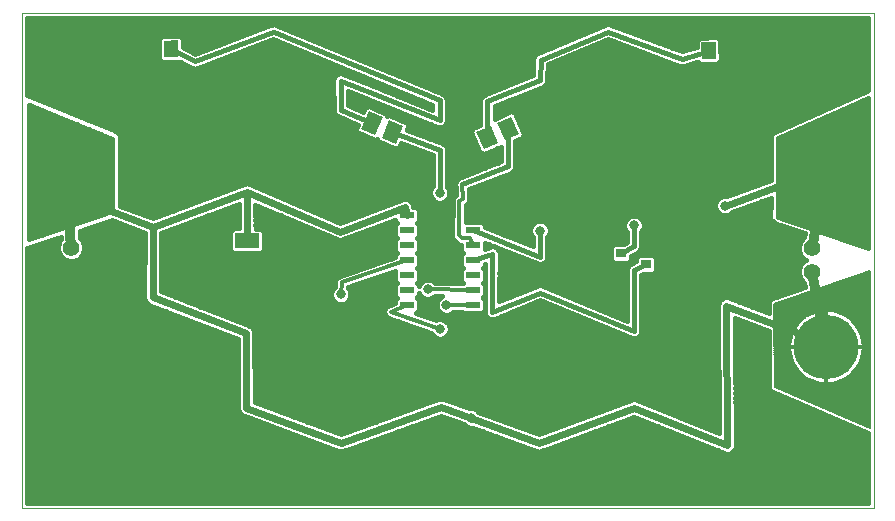
<source format=gtl>
G75*
%MOIN*%
%OFA0B0*%
%FSLAX25Y25*%
%IPPOS*%
%LPD*%
%AMOC8*
5,1,8,0,0,1.08239X$1,22.5*
%
%ADD10C,0.00394*%
%ADD11R,0.05000X0.08110*%
%ADD12R,0.04724X0.05512*%
%ADD13R,0.03543X0.03150*%
%ADD14R,0.05118X0.06299*%
%ADD15R,0.04724X0.02362*%
%ADD16C,0.21500*%
%ADD17C,0.05543*%
%ADD18C,0.02400*%
%ADD19C,0.03200*%
%ADD20C,0.01600*%
%ADD21C,0.01200*%
%ADD22C,0.03200*%
%ADD23C,0.00600*%
D10*
X0013386Y0013511D02*
X0297323Y0013511D01*
X0297323Y0178511D01*
X0013386Y0178511D01*
X0013386Y0013511D01*
D11*
G36*
X0084287Y0086271D02*
X0084330Y0091270D01*
X0092439Y0091199D01*
X0092396Y0086200D01*
X0084287Y0086271D01*
G37*
G36*
X0084407Y0100089D02*
X0084450Y0105088D01*
X0092559Y0105017D01*
X0092516Y0100018D01*
X0084407Y0100089D01*
G37*
D12*
G36*
X0060743Y0169329D02*
X0065466Y0169378D01*
X0065523Y0163867D01*
X0060800Y0163818D01*
X0060743Y0169329D01*
G37*
G36*
X0048933Y0169205D02*
X0053656Y0169254D01*
X0053713Y0163743D01*
X0048990Y0163694D01*
X0048933Y0169205D01*
G37*
G36*
X0244658Y0163252D02*
X0239935Y0163186D01*
X0239858Y0168696D01*
X0244581Y0168762D01*
X0244658Y0163252D01*
G37*
G36*
X0256467Y0163417D02*
X0251744Y0163351D01*
X0251667Y0168861D01*
X0256390Y0168927D01*
X0256467Y0163417D01*
G37*
D13*
X0221359Y0102195D03*
X0213091Y0098454D03*
X0221359Y0094714D03*
D14*
G36*
X0164907Y0138991D02*
X0169610Y0141007D01*
X0172091Y0135219D01*
X0167388Y0133203D01*
X0164907Y0138991D01*
G37*
G36*
X0171783Y0141937D02*
X0176486Y0143953D01*
X0178967Y0138165D01*
X0174264Y0136149D01*
X0171783Y0141937D01*
G37*
G36*
X0135794Y0142761D02*
X0140493Y0140736D01*
X0138002Y0134953D01*
X0133303Y0136978D01*
X0135794Y0142761D01*
G37*
G36*
X0128924Y0145720D02*
X0133623Y0143695D01*
X0131132Y0137912D01*
X0126433Y0139937D01*
X0128924Y0145720D01*
G37*
D15*
X0141657Y0111131D03*
X0141657Y0106131D03*
X0141657Y0101131D03*
X0141657Y0096131D03*
X0141657Y0091131D03*
X0141657Y0086131D03*
X0141657Y0081131D03*
X0163704Y0081131D03*
X0163704Y0086131D03*
X0163704Y0091131D03*
X0163704Y0096131D03*
X0163704Y0101131D03*
X0163704Y0106131D03*
X0163704Y0111131D03*
D16*
X0281394Y0124699D03*
X0281537Y0067175D03*
X0028696Y0067095D03*
X0028101Y0124812D03*
D17*
X0029859Y0100283D03*
X0029859Y0092409D03*
X0276620Y0092218D03*
X0276620Y0100092D03*
D18*
X0275336Y0124561D02*
X0247715Y0114291D01*
X0275336Y0124561D02*
X0281394Y0124699D01*
X0276286Y0070061D02*
X0248229Y0080912D01*
X0248537Y0034391D01*
X0217363Y0046920D01*
X0185699Y0035128D01*
X0163117Y0043481D01*
X0153053Y0047165D01*
X0119670Y0035128D01*
X0088209Y0046844D01*
X0088093Y0071729D01*
X0056937Y0083784D01*
X0057074Y0107071D01*
X0029919Y0117526D01*
X0057074Y0107071D02*
X0088335Y0118924D01*
X0119443Y0105626D01*
X0141007Y0113775D01*
X0141657Y0111131D01*
X0088483Y0102553D02*
X0088356Y0118925D01*
X0029859Y0092409D02*
X0028696Y0067095D01*
X0276286Y0070061D02*
X0281537Y0067175D01*
D19*
X0217382Y0107749D03*
X0247715Y0114291D03*
X0186061Y0105976D03*
X0152639Y0118539D03*
X0148648Y0086391D03*
X0154843Y0081177D03*
X0152751Y0073199D03*
X0119675Y0084709D03*
X0088386Y0081762D03*
X0163117Y0043481D03*
D20*
X0160681Y0041390D02*
X0161304Y0040768D01*
X0162480Y0040281D01*
X0163697Y0040281D01*
X0184630Y0032539D01*
X0185041Y0032350D01*
X0185149Y0032347D01*
X0185250Y0032309D01*
X0185702Y0032326D01*
X0186154Y0032310D01*
X0186255Y0032348D01*
X0186363Y0032352D01*
X0186774Y0032541D01*
X0217325Y0043918D01*
X0247488Y0031795D01*
X0247998Y0031588D01*
X0248004Y0031588D01*
X0248009Y0031586D01*
X0248561Y0031592D01*
X0249112Y0031595D01*
X0249118Y0031597D01*
X0249123Y0031598D01*
X0249631Y0031814D01*
X0250138Y0032028D01*
X0250143Y0032032D01*
X0250148Y0032035D01*
X0250534Y0032429D01*
X0250921Y0032821D01*
X0250923Y0032826D01*
X0250927Y0032831D01*
X0251133Y0033343D01*
X0251340Y0033853D01*
X0251340Y0033859D01*
X0251343Y0033864D01*
X0251337Y0034416D01*
X0251057Y0076817D01*
X0262312Y0072464D01*
X0262386Y0054349D01*
X0262231Y0053991D01*
X0262389Y0053593D01*
X0262390Y0053165D01*
X0262667Y0052890D01*
X0262811Y0052528D01*
X0263204Y0052358D01*
X0263508Y0052056D01*
X0263898Y0052058D01*
X0295526Y0038391D01*
X0295526Y0015308D01*
X0015183Y0015308D01*
X0015183Y0100080D01*
X0026399Y0103794D01*
X0026452Y0103059D01*
X0026153Y0102760D01*
X0025487Y0101153D01*
X0025487Y0099414D01*
X0026153Y0097807D01*
X0027382Y0096577D01*
X0028989Y0095912D01*
X0030728Y0095912D01*
X0032335Y0096577D01*
X0033565Y0097807D01*
X0034230Y0099414D01*
X0034230Y0101153D01*
X0033565Y0102760D01*
X0032837Y0103487D01*
X0032667Y0105869D01*
X0043276Y0109383D01*
X0054262Y0105153D01*
X0054140Y0084315D01*
X0054125Y0084275D01*
X0054137Y0083759D01*
X0054134Y0083243D01*
X0054150Y0083204D01*
X0054151Y0083161D01*
X0054359Y0082689D01*
X0054554Y0082212D01*
X0054584Y0082181D01*
X0054601Y0082142D01*
X0054974Y0081786D01*
X0055337Y0081419D01*
X0055376Y0081403D01*
X0055407Y0081373D01*
X0055888Y0081187D01*
X0056363Y0080987D01*
X0056406Y0080987D01*
X0085302Y0069807D01*
X0085406Y0047342D01*
X0085390Y0047299D01*
X0085409Y0046787D01*
X0085411Y0046274D01*
X0085429Y0046232D01*
X0085431Y0046186D01*
X0085644Y0045720D01*
X0085842Y0045247D01*
X0085875Y0045215D01*
X0085894Y0045173D01*
X0086269Y0044824D01*
X0086634Y0044463D01*
X0086676Y0044446D01*
X0086710Y0044415D01*
X0087190Y0044236D01*
X0087665Y0044042D01*
X0087710Y0044042D01*
X0118585Y0032545D01*
X0118984Y0032357D01*
X0119103Y0032352D01*
X0119215Y0032310D01*
X0119656Y0032326D01*
X0120096Y0032305D01*
X0120209Y0032346D01*
X0120328Y0032350D01*
X0120729Y0032534D01*
X0153046Y0044186D01*
X0160681Y0041390D01*
X0161502Y0040686D02*
X0143338Y0040686D01*
X0138904Y0039087D02*
X0166923Y0039087D01*
X0171245Y0037489D02*
X0134471Y0037489D01*
X0130038Y0035890D02*
X0175568Y0035890D01*
X0179890Y0034292D02*
X0125605Y0034292D01*
X0121171Y0032693D02*
X0184212Y0032693D01*
X0187183Y0032693D02*
X0245254Y0032693D01*
X0250795Y0032693D02*
X0295526Y0032693D01*
X0295526Y0031095D02*
X0015183Y0031095D01*
X0015183Y0032693D02*
X0118186Y0032693D01*
X0113894Y0034292D02*
X0015183Y0034292D01*
X0015183Y0035890D02*
X0109601Y0035890D01*
X0105308Y0037489D02*
X0015183Y0037489D01*
X0015183Y0039087D02*
X0101016Y0039087D01*
X0096723Y0040686D02*
X0015183Y0040686D01*
X0015183Y0042284D02*
X0092430Y0042284D01*
X0088138Y0043883D02*
X0015183Y0043883D01*
X0015183Y0045481D02*
X0085744Y0045481D01*
X0085398Y0047080D02*
X0015183Y0047080D01*
X0015183Y0048678D02*
X0085400Y0048678D01*
X0085393Y0050277D02*
X0015183Y0050277D01*
X0015183Y0051875D02*
X0085385Y0051875D01*
X0085378Y0053474D02*
X0015183Y0053474D01*
X0015183Y0055072D02*
X0085370Y0055072D01*
X0085363Y0056671D02*
X0015183Y0056671D01*
X0015183Y0058269D02*
X0085356Y0058269D01*
X0085348Y0059868D02*
X0015183Y0059868D01*
X0015183Y0061466D02*
X0085341Y0061466D01*
X0085333Y0063065D02*
X0015183Y0063065D01*
X0015183Y0064663D02*
X0085326Y0064663D01*
X0085319Y0066262D02*
X0015183Y0066262D01*
X0015183Y0067860D02*
X0085311Y0067860D01*
X0085304Y0069459D02*
X0015183Y0069459D01*
X0015183Y0071057D02*
X0082070Y0071057D01*
X0077938Y0072656D02*
X0015183Y0072656D01*
X0015183Y0074255D02*
X0073807Y0074255D01*
X0069675Y0075853D02*
X0015183Y0075853D01*
X0015183Y0077452D02*
X0065544Y0077452D01*
X0061412Y0079050D02*
X0015183Y0079050D01*
X0015183Y0080649D02*
X0057281Y0080649D01*
X0054539Y0082247D02*
X0015183Y0082247D01*
X0015183Y0083846D02*
X0054135Y0083846D01*
X0054147Y0085444D02*
X0015183Y0085444D01*
X0015183Y0087043D02*
X0054156Y0087043D01*
X0054165Y0088641D02*
X0015183Y0088641D01*
X0015183Y0090240D02*
X0054175Y0090240D01*
X0054184Y0091838D02*
X0015183Y0091838D01*
X0015183Y0093437D02*
X0054194Y0093437D01*
X0054203Y0095035D02*
X0015183Y0095035D01*
X0015183Y0096634D02*
X0027326Y0096634D01*
X0025976Y0098232D02*
X0015183Y0098232D01*
X0015183Y0099831D02*
X0025487Y0099831D01*
X0025601Y0101429D02*
X0019258Y0101429D01*
X0015583Y0103162D02*
X0015583Y0147975D01*
X0043372Y0136669D01*
X0043372Y0112364D01*
X0015583Y0103162D01*
X0015583Y0104626D02*
X0020006Y0104626D01*
X0024085Y0103028D02*
X0026421Y0103028D01*
X0024833Y0106225D02*
X0015583Y0106225D01*
X0015583Y0107823D02*
X0029660Y0107823D01*
X0033740Y0106225D02*
X0051479Y0106225D01*
X0054259Y0104626D02*
X0032756Y0104626D01*
X0033297Y0103028D02*
X0054250Y0103028D01*
X0054241Y0101429D02*
X0034116Y0101429D01*
X0034230Y0099831D02*
X0054231Y0099831D01*
X0054222Y0098232D02*
X0033741Y0098232D01*
X0032391Y0096634D02*
X0054212Y0096634D01*
X0059812Y0096634D02*
X0136346Y0096634D01*
X0137694Y0097097D02*
X0119780Y0090945D01*
X0119343Y0090986D01*
X0118952Y0090661D01*
X0118471Y0090496D01*
X0118278Y0090102D01*
X0117941Y0089822D01*
X0117894Y0089315D01*
X0117670Y0088858D01*
X0117813Y0088444D01*
X0117703Y0087263D01*
X0116962Y0086522D01*
X0116475Y0085346D01*
X0116475Y0084073D01*
X0116962Y0082896D01*
X0117862Y0081996D01*
X0119038Y0081509D01*
X0120311Y0081509D01*
X0121487Y0081996D01*
X0122387Y0082896D01*
X0122874Y0084073D01*
X0122874Y0085346D01*
X0122387Y0086522D01*
X0122081Y0086828D01*
X0122106Y0087092D01*
X0137694Y0092445D01*
X0137694Y0089287D01*
X0138351Y0088631D01*
X0137694Y0087975D01*
X0137694Y0084287D01*
X0138351Y0083631D01*
X0137694Y0082975D01*
X0137694Y0081847D01*
X0136392Y0081297D01*
X0136335Y0081317D01*
X0135560Y0080946D01*
X0134769Y0080612D01*
X0134746Y0080556D01*
X0134692Y0080530D01*
X0134406Y0079720D01*
X0134082Y0078924D01*
X0134106Y0078868D01*
X0134086Y0078811D01*
X0134457Y0078036D01*
X0134791Y0077245D01*
X0134847Y0077222D01*
X0134873Y0077168D01*
X0135683Y0076882D01*
X0136479Y0076558D01*
X0136535Y0076582D01*
X0149827Y0071897D01*
X0150038Y0071387D01*
X0150939Y0070486D01*
X0152115Y0069999D01*
X0153388Y0069999D01*
X0154564Y0070486D01*
X0155464Y0071387D01*
X0155951Y0072563D01*
X0155951Y0073836D01*
X0155464Y0075012D01*
X0154564Y0075912D01*
X0153388Y0076399D01*
X0152115Y0076399D01*
X0151276Y0076052D01*
X0144701Y0078369D01*
X0145619Y0079287D01*
X0145619Y0082975D01*
X0144963Y0083631D01*
X0145619Y0084287D01*
X0145619Y0085342D01*
X0145935Y0084578D01*
X0146835Y0083678D01*
X0148012Y0083191D01*
X0149285Y0083191D01*
X0150461Y0083678D01*
X0150934Y0084151D01*
X0153553Y0084106D01*
X0153030Y0083889D01*
X0152130Y0082989D01*
X0151643Y0081813D01*
X0151643Y0080540D01*
X0152130Y0079364D01*
X0153030Y0078464D01*
X0154206Y0077977D01*
X0155480Y0077977D01*
X0156656Y0078464D01*
X0157157Y0078965D01*
X0160079Y0078950D01*
X0160679Y0078350D01*
X0166729Y0078350D01*
X0167666Y0079287D01*
X0167666Y0082975D01*
X0167010Y0083631D01*
X0167666Y0084287D01*
X0167666Y0087975D01*
X0167010Y0088631D01*
X0167666Y0089287D01*
X0167666Y0092975D01*
X0167010Y0093631D01*
X0167666Y0094287D01*
X0167666Y0094933D01*
X0167787Y0094974D01*
X0167725Y0078890D01*
X0167721Y0078416D01*
X0167723Y0078412D01*
X0167723Y0078407D01*
X0167902Y0077970D01*
X0168080Y0077531D01*
X0168083Y0077528D01*
X0168085Y0077524D01*
X0168419Y0077188D01*
X0168750Y0076851D01*
X0168754Y0076849D01*
X0168757Y0076846D01*
X0169195Y0076663D01*
X0169630Y0076479D01*
X0169634Y0076479D01*
X0169638Y0076477D01*
X0170112Y0076475D01*
X0170585Y0076472D01*
X0170589Y0076474D01*
X0170593Y0076474D01*
X0171031Y0076653D01*
X0186005Y0082727D01*
X0216587Y0070202D01*
X0217033Y0070018D01*
X0217035Y0070018D01*
X0217036Y0070018D01*
X0217509Y0070020D01*
X0217988Y0070021D01*
X0217989Y0070022D01*
X0217991Y0070022D01*
X0218432Y0070207D01*
X0218869Y0070389D01*
X0218870Y0070390D01*
X0218871Y0070390D01*
X0219207Y0070728D01*
X0219542Y0071066D01*
X0219543Y0071067D01*
X0219544Y0071068D01*
X0219722Y0071503D01*
X0219905Y0071949D01*
X0219905Y0071950D01*
X0219906Y0071952D01*
X0219904Y0072426D01*
X0219850Y0091288D01*
X0220358Y0091539D01*
X0223793Y0091539D01*
X0224730Y0092477D01*
X0224730Y0096952D01*
X0223793Y0097889D01*
X0218924Y0097889D01*
X0217987Y0096952D01*
X0217987Y0095722D01*
X0216449Y0094960D01*
X0216080Y0094805D01*
X0216024Y0094749D01*
X0215952Y0094713D01*
X0215689Y0094412D01*
X0215407Y0094128D01*
X0215377Y0094054D01*
X0215324Y0093994D01*
X0215196Y0093615D01*
X0215044Y0093245D01*
X0215045Y0093165D01*
X0215019Y0093089D01*
X0215046Y0092690D01*
X0215093Y0076000D01*
X0186931Y0087534D01*
X0186504Y0087715D01*
X0186490Y0087715D01*
X0186477Y0087720D01*
X0186013Y0087718D01*
X0185549Y0087722D01*
X0185536Y0087716D01*
X0185522Y0087716D01*
X0185094Y0087537D01*
X0172539Y0082444D01*
X0172600Y0098232D01*
X0172627Y0098631D01*
X0172602Y0098707D01*
X0172602Y0098786D01*
X0172451Y0099157D01*
X0172323Y0099536D01*
X0172271Y0099596D01*
X0172240Y0099670D01*
X0171958Y0099954D01*
X0171695Y0100256D01*
X0171624Y0100291D01*
X0171568Y0100348D01*
X0171198Y0100502D01*
X0170840Y0100680D01*
X0170761Y0100686D01*
X0170687Y0100716D01*
X0170287Y0100718D01*
X0169887Y0100745D01*
X0169812Y0100720D01*
X0169732Y0100720D01*
X0169362Y0100568D01*
X0167666Y0099997D01*
X0167666Y0101979D01*
X0185188Y0095034D01*
X0185616Y0094858D01*
X0185631Y0094858D01*
X0185646Y0094852D01*
X0186108Y0094859D01*
X0186571Y0094860D01*
X0186585Y0094866D01*
X0186600Y0094867D01*
X0187024Y0095050D01*
X0187452Y0095228D01*
X0187462Y0095239D01*
X0187477Y0095245D01*
X0187798Y0095577D01*
X0188125Y0095906D01*
X0188131Y0095920D01*
X0188141Y0095931D01*
X0188312Y0096360D01*
X0188488Y0096789D01*
X0188487Y0096804D01*
X0188493Y0096818D01*
X0188486Y0097280D01*
X0188467Y0103857D01*
X0188774Y0104163D01*
X0189261Y0105339D01*
X0189261Y0106612D01*
X0188774Y0107789D01*
X0187873Y0108689D01*
X0186697Y0109176D01*
X0185424Y0109176D01*
X0184248Y0108689D01*
X0183348Y0107789D01*
X0182861Y0106612D01*
X0182861Y0105339D01*
X0183348Y0104163D01*
X0183667Y0103844D01*
X0183676Y0100796D01*
X0167666Y0107142D01*
X0167666Y0107975D01*
X0166729Y0108912D01*
X0161265Y0108912D01*
X0161315Y0114436D01*
X0161756Y0114686D01*
X0161834Y0114963D01*
X0162438Y0115523D01*
X0162440Y0115580D01*
X0162479Y0115620D01*
X0162474Y0116482D01*
X0162507Y0117345D01*
X0162469Y0117386D01*
X0162453Y0119821D01*
X0175909Y0124976D01*
X0175951Y0124976D01*
X0176353Y0125146D01*
X0176762Y0125303D01*
X0176792Y0125331D01*
X0176830Y0125347D01*
X0177137Y0125658D01*
X0177455Y0125960D01*
X0177472Y0125997D01*
X0177501Y0126027D01*
X0177666Y0126432D01*
X0177844Y0126832D01*
X0177845Y0126873D01*
X0177861Y0126911D01*
X0177858Y0127349D01*
X0177869Y0127786D01*
X0177855Y0127825D01*
X0177802Y0135924D01*
X0180207Y0136955D01*
X0180699Y0138186D01*
X0177696Y0145194D01*
X0176465Y0145686D01*
X0170919Y0143309D01*
X0170931Y0147459D01*
X0186984Y0153927D01*
X0187414Y0154093D01*
X0187426Y0154105D01*
X0187443Y0154112D01*
X0187772Y0154434D01*
X0188105Y0154752D01*
X0188112Y0154768D01*
X0188124Y0154780D01*
X0188305Y0155204D01*
X0188491Y0155625D01*
X0188491Y0155643D01*
X0188498Y0155659D01*
X0188503Y0156119D01*
X0188627Y0161358D01*
X0208798Y0169723D01*
X0232362Y0160940D01*
X0232658Y0160788D01*
X0232806Y0160775D01*
X0232946Y0160723D01*
X0233278Y0160735D01*
X0233609Y0160707D01*
X0233751Y0160752D01*
X0233900Y0160757D01*
X0234202Y0160895D01*
X0238567Y0162283D01*
X0239294Y0161577D01*
X0245343Y0161661D01*
X0246267Y0162611D01*
X0246172Y0169448D01*
X0245221Y0170372D01*
X0239172Y0170288D01*
X0238248Y0169337D01*
X0238278Y0167227D01*
X0233399Y0165677D01*
X0209630Y0174536D01*
X0209228Y0174702D01*
X0209184Y0174702D01*
X0209142Y0174717D01*
X0208708Y0174702D01*
X0208273Y0174702D01*
X0208232Y0174685D01*
X0208188Y0174683D01*
X0207793Y0174502D01*
X0185372Y0165205D01*
X0184954Y0165043D01*
X0184932Y0165022D01*
X0184905Y0165011D01*
X0184588Y0164694D01*
X0184263Y0164384D01*
X0184251Y0164357D01*
X0184230Y0164336D01*
X0184058Y0163921D01*
X0183877Y0163511D01*
X0183876Y0163481D01*
X0183865Y0163453D01*
X0183865Y0163005D01*
X0183741Y0157795D01*
X0168075Y0151483D01*
X0168066Y0151483D01*
X0167632Y0151305D01*
X0167197Y0151129D01*
X0167191Y0151123D01*
X0167183Y0151120D01*
X0166851Y0150790D01*
X0166515Y0150461D01*
X0166512Y0150453D01*
X0166506Y0150447D01*
X0166325Y0150014D01*
X0166141Y0149582D01*
X0166141Y0149574D01*
X0166138Y0149566D01*
X0166136Y0149097D01*
X0166132Y0148627D01*
X0166135Y0148620D01*
X0166112Y0141249D01*
X0163667Y0140201D01*
X0163175Y0138970D01*
X0166179Y0131962D01*
X0167409Y0131470D01*
X0173015Y0133873D01*
X0173047Y0129020D01*
X0158938Y0123614D01*
X0158245Y0122957D01*
X0157856Y0122085D01*
X0157831Y0121131D01*
X0158049Y0120562D01*
X0158066Y0117770D01*
X0157792Y0117501D01*
X0157251Y0117195D01*
X0157165Y0116884D01*
X0156935Y0116658D01*
X0156929Y0116038D01*
X0156762Y0115440D01*
X0156921Y0115159D01*
X0156832Y0105230D01*
X0156798Y0105194D01*
X0156824Y0104326D01*
X0156817Y0103458D01*
X0156852Y0103422D01*
X0156853Y0103372D01*
X0157485Y0102777D01*
X0158094Y0102158D01*
X0158144Y0102157D01*
X0158554Y0101771D01*
X0159175Y0101150D01*
X0159214Y0101150D01*
X0159242Y0101124D01*
X0159742Y0101139D01*
X0159742Y0099287D01*
X0160398Y0098631D01*
X0159742Y0097975D01*
X0159742Y0094287D01*
X0160398Y0093631D01*
X0159742Y0092975D01*
X0159742Y0089287D01*
X0160398Y0088631D01*
X0160159Y0088393D01*
X0151014Y0088551D01*
X0150461Y0089104D01*
X0149285Y0089591D01*
X0148012Y0089591D01*
X0146835Y0089104D01*
X0145935Y0088204D01*
X0145619Y0087440D01*
X0145619Y0087975D01*
X0144963Y0088631D01*
X0145619Y0089287D01*
X0145619Y0092975D01*
X0144963Y0093631D01*
X0145619Y0094287D01*
X0145619Y0097975D01*
X0144963Y0098631D01*
X0145619Y0099287D01*
X0145619Y0102975D01*
X0144963Y0103631D01*
X0145619Y0104287D01*
X0145619Y0107975D01*
X0144963Y0108631D01*
X0145619Y0109287D01*
X0145619Y0112975D01*
X0144682Y0113912D01*
X0143857Y0113912D01*
X0143818Y0114071D01*
X0143824Y0114244D01*
X0143686Y0114607D01*
X0143594Y0114984D01*
X0143491Y0115124D01*
X0143430Y0115286D01*
X0143164Y0115569D01*
X0142935Y0115882D01*
X0142786Y0115972D01*
X0142667Y0116098D01*
X0142314Y0116258D01*
X0141982Y0116459D01*
X0141810Y0116485D01*
X0141652Y0116556D01*
X0141264Y0116569D01*
X0140881Y0116627D01*
X0140712Y0116586D01*
X0140539Y0116591D01*
X0140176Y0116454D01*
X0139799Y0116362D01*
X0139659Y0116259D01*
X0119507Y0108644D01*
X0089961Y0121274D01*
X0089924Y0121311D01*
X0089232Y0121591D01*
X0088977Y0121706D01*
X0088949Y0121707D01*
X0088924Y0121717D01*
X0088919Y0121717D01*
X0088891Y0121729D01*
X0088351Y0121725D01*
X0087863Y0121739D01*
X0087838Y0121730D01*
X0087810Y0121730D01*
X0087786Y0121720D01*
X0087778Y0121720D01*
X0087631Y0121658D01*
X0087318Y0121533D01*
X0057081Y0110068D01*
X0046172Y0114269D01*
X0046172Y0136122D01*
X0046176Y0136130D01*
X0046172Y0136678D01*
X0046172Y0137226D01*
X0046169Y0137235D01*
X0046168Y0137244D01*
X0045956Y0137749D01*
X0045746Y0138256D01*
X0045739Y0138262D01*
X0045736Y0138271D01*
X0045346Y0138655D01*
X0044958Y0139043D01*
X0044950Y0139047D01*
X0044943Y0139053D01*
X0044436Y0139259D01*
X0043929Y0139469D01*
X0043920Y0139469D01*
X0015183Y0151160D01*
X0015183Y0176714D01*
X0295526Y0176714D01*
X0295526Y0152867D01*
X0294515Y0152287D01*
X0294129Y0152118D01*
X0294123Y0152118D01*
X0293691Y0151927D01*
X0293259Y0151739D01*
X0293255Y0151734D01*
X0264447Y0139000D01*
X0264026Y0138823D01*
X0264010Y0138808D01*
X0263991Y0138799D01*
X0263676Y0138468D01*
X0263459Y0138250D01*
X0263081Y0138086D01*
X0263077Y0137461D01*
X0262995Y0137259D01*
X0262995Y0137238D01*
X0262987Y0137218D01*
X0262998Y0136761D01*
X0263033Y0130925D01*
X0262980Y0122954D01*
X0248287Y0117491D01*
X0247078Y0117491D01*
X0245902Y0117004D01*
X0245002Y0116104D01*
X0244515Y0114928D01*
X0244515Y0113655D01*
X0245002Y0112479D01*
X0245902Y0111578D01*
X0247078Y0111091D01*
X0248351Y0111091D01*
X0249527Y0111578D01*
X0250163Y0112214D01*
X0262940Y0116965D01*
X0262889Y0109294D01*
X0263677Y0109030D01*
X0263919Y0108817D01*
X0264210Y0108530D01*
X0264276Y0108503D01*
X0264329Y0108456D01*
X0264716Y0108324D01*
X0265095Y0108170D01*
X0265165Y0108170D01*
X0274320Y0105039D01*
X0274064Y0103719D01*
X0272914Y0102569D01*
X0272248Y0100962D01*
X0272248Y0099223D01*
X0272914Y0097616D01*
X0274144Y0096386D01*
X0274701Y0096155D01*
X0274144Y0095924D01*
X0272914Y0094695D01*
X0272248Y0093088D01*
X0272248Y0091349D01*
X0272914Y0089742D01*
X0274073Y0088583D01*
X0274362Y0087110D01*
X0263855Y0083474D01*
X0263388Y0083474D01*
X0263141Y0083226D01*
X0262810Y0083112D01*
X0262606Y0082691D01*
X0262275Y0082361D01*
X0262275Y0082281D01*
X0262272Y0082278D01*
X0262273Y0082006D01*
X0262122Y0081696D01*
X0262275Y0081254D01*
X0262275Y0080712D01*
X0262278Y0080709D01*
X0262287Y0078477D01*
X0249262Y0083515D01*
X0248768Y0083716D01*
X0248743Y0083716D01*
X0248720Y0083725D01*
X0248187Y0083712D01*
X0247654Y0083708D01*
X0247631Y0083699D01*
X0247606Y0083698D01*
X0247119Y0083483D01*
X0246628Y0083275D01*
X0246610Y0083258D01*
X0246588Y0083248D01*
X0246220Y0082862D01*
X0245845Y0082483D01*
X0245836Y0082460D01*
X0245819Y0082442D01*
X0245627Y0081944D01*
X0245426Y0081451D01*
X0245426Y0081426D01*
X0245417Y0081403D01*
X0245430Y0080870D01*
X0245709Y0038545D01*
X0218468Y0049493D01*
X0218021Y0049698D01*
X0217954Y0049700D01*
X0217891Y0049725D01*
X0217399Y0049720D01*
X0216908Y0049738D01*
X0216845Y0049714D01*
X0216777Y0049714D01*
X0216325Y0049521D01*
X0185696Y0038115D01*
X0165561Y0045562D01*
X0164929Y0046193D01*
X0163753Y0046681D01*
X0162521Y0046681D01*
X0154132Y0049752D01*
X0153740Y0049936D01*
X0153612Y0049942D01*
X0153493Y0049986D01*
X0153060Y0049968D01*
X0152627Y0049988D01*
X0152507Y0049945D01*
X0152380Y0049940D01*
X0151987Y0049757D01*
X0119686Y0038110D01*
X0091000Y0048793D01*
X0090896Y0071213D01*
X0090906Y0071238D01*
X0090893Y0071769D01*
X0090891Y0072299D01*
X0090880Y0072324D01*
X0090879Y0072352D01*
X0090665Y0072837D01*
X0090460Y0073326D01*
X0090440Y0073346D01*
X0090429Y0073371D01*
X0090045Y0073737D01*
X0089668Y0074110D01*
X0089643Y0074121D01*
X0089623Y0074140D01*
X0089129Y0074331D01*
X0088637Y0074532D01*
X0088610Y0074532D01*
X0059748Y0085698D01*
X0059862Y0105134D01*
X0085587Y0114888D01*
X0085651Y0106678D01*
X0083801Y0106694D01*
X0082856Y0105765D01*
X0082801Y0099440D01*
X0083730Y0098495D01*
X0093165Y0098412D01*
X0094110Y0099341D01*
X0094166Y0105666D01*
X0093237Y0106612D01*
X0091252Y0106629D01*
X0091189Y0114659D01*
X0118317Y0103063D01*
X0118798Y0102845D01*
X0118828Y0102844D01*
X0118855Y0102833D01*
X0119383Y0102827D01*
X0119912Y0102810D01*
X0119939Y0102820D01*
X0119968Y0102820D01*
X0120459Y0103017D01*
X0137694Y0109530D01*
X0137694Y0109287D01*
X0138351Y0108631D01*
X0137694Y0107975D01*
X0137694Y0104287D01*
X0138351Y0103631D01*
X0137694Y0102975D01*
X0137694Y0099287D01*
X0138351Y0098631D01*
X0137694Y0097975D01*
X0137694Y0097097D01*
X0137952Y0098232D02*
X0059822Y0098232D01*
X0059831Y0099831D02*
X0082804Y0099831D01*
X0082818Y0101429D02*
X0059841Y0101429D01*
X0059850Y0103028D02*
X0082832Y0103028D01*
X0082846Y0104626D02*
X0059859Y0104626D01*
X0062739Y0106225D02*
X0083324Y0106225D01*
X0085642Y0107823D02*
X0066955Y0107823D01*
X0071172Y0109422D02*
X0085630Y0109422D01*
X0085617Y0111020D02*
X0075388Y0111020D01*
X0079604Y0112619D02*
X0085605Y0112619D01*
X0085593Y0114217D02*
X0083820Y0114217D01*
X0080672Y0119013D02*
X0046172Y0119013D01*
X0046172Y0120611D02*
X0084888Y0120611D01*
X0088335Y0118924D02*
X0088483Y0102553D01*
X0094143Y0103028D02*
X0118394Y0103028D01*
X0120487Y0103028D02*
X0137747Y0103028D01*
X0137694Y0104626D02*
X0124718Y0104626D01*
X0128948Y0106225D02*
X0137694Y0106225D01*
X0137694Y0107823D02*
X0133178Y0107823D01*
X0137408Y0109422D02*
X0137694Y0109422D01*
X0130026Y0112619D02*
X0110209Y0112619D01*
X0106469Y0114217D02*
X0134256Y0114217D01*
X0138486Y0115816D02*
X0102730Y0115816D01*
X0098990Y0117414D02*
X0149641Y0117414D01*
X0149439Y0117902D02*
X0149926Y0116726D01*
X0150826Y0115826D01*
X0152002Y0115339D01*
X0153275Y0115339D01*
X0154451Y0115826D01*
X0155352Y0116726D01*
X0155839Y0117902D01*
X0155839Y0119175D01*
X0155352Y0120351D01*
X0155063Y0120641D01*
X0155193Y0132286D01*
X0155210Y0132329D01*
X0155199Y0132762D01*
X0155204Y0133195D01*
X0155186Y0133238D01*
X0155185Y0133284D01*
X0155009Y0133679D01*
X0154848Y0134081D01*
X0154816Y0134114D01*
X0154797Y0134156D01*
X0154483Y0134454D01*
X0154181Y0134764D01*
X0154138Y0134782D01*
X0154105Y0134814D01*
X0153701Y0134969D01*
X0153303Y0135139D01*
X0153257Y0135140D01*
X0141733Y0139570D01*
X0142226Y0140713D01*
X0141736Y0141945D01*
X0135818Y0144494D01*
X0135136Y0144223D01*
X0134865Y0144904D01*
X0128947Y0147453D01*
X0127716Y0146962D01*
X0127152Y0145653D01*
X0122059Y0147826D01*
X0122027Y0152394D01*
X0128596Y0149757D01*
X0128600Y0149753D01*
X0129039Y0149579D01*
X0129477Y0149403D01*
X0129482Y0149403D01*
X0151700Y0140595D01*
X0152118Y0140419D01*
X0152143Y0140419D01*
X0152167Y0140410D01*
X0152620Y0140416D01*
X0153072Y0140414D01*
X0153096Y0140424D01*
X0153122Y0140424D01*
X0153537Y0140604D01*
X0153956Y0140775D01*
X0153975Y0140793D01*
X0153998Y0140803D01*
X0154313Y0141128D01*
X0154635Y0141446D01*
X0154645Y0141470D01*
X0154663Y0141488D01*
X0154830Y0141909D01*
X0155005Y0142326D01*
X0155005Y0142352D01*
X0155015Y0142376D01*
X0155008Y0142829D01*
X0155040Y0148927D01*
X0155044Y0148935D01*
X0155043Y0149405D01*
X0155045Y0149872D01*
X0155042Y0149881D01*
X0155042Y0149890D01*
X0154861Y0150323D01*
X0154685Y0150756D01*
X0154678Y0150763D01*
X0154675Y0150771D01*
X0154343Y0151102D01*
X0154013Y0151435D01*
X0154005Y0151439D01*
X0153998Y0151445D01*
X0153565Y0151623D01*
X0153133Y0151805D01*
X0153124Y0151805D01*
X0098746Y0174204D01*
X0098637Y0174321D01*
X0098455Y0174402D01*
X0098296Y0174524D01*
X0098024Y0174596D01*
X0097766Y0174712D01*
X0097567Y0174718D01*
X0097374Y0174770D01*
X0097094Y0174732D01*
X0096812Y0174741D01*
X0096625Y0174670D01*
X0096427Y0174644D01*
X0096183Y0174502D01*
X0071138Y0164993D01*
X0067089Y0167185D01*
X0067059Y0170058D01*
X0066112Y0170985D01*
X0060063Y0170922D01*
X0059135Y0169975D01*
X0059207Y0163138D01*
X0060154Y0162210D01*
X0066081Y0162273D01*
X0069480Y0160433D01*
X0069542Y0160366D01*
X0069897Y0160207D01*
X0070239Y0160022D01*
X0070330Y0160012D01*
X0070413Y0159975D01*
X0070802Y0159963D01*
X0071189Y0159923D01*
X0071276Y0159949D01*
X0071367Y0159946D01*
X0071731Y0160084D01*
X0072104Y0160195D01*
X0072175Y0160253D01*
X0097069Y0169704D01*
X0150234Y0147804D01*
X0150226Y0146342D01*
X0130816Y0154038D01*
X0120500Y0158180D01*
X0120062Y0158357D01*
X0120058Y0158357D01*
X0120053Y0158359D01*
X0119579Y0158354D01*
X0119108Y0158351D01*
X0119103Y0158349D01*
X0119098Y0158349D01*
X0118664Y0158163D01*
X0118228Y0157979D01*
X0118225Y0157976D01*
X0118220Y0157974D01*
X0117891Y0157637D01*
X0117558Y0157299D01*
X0117556Y0157295D01*
X0117553Y0157291D01*
X0117376Y0156853D01*
X0117199Y0156415D01*
X0117199Y0156410D01*
X0117197Y0156405D01*
X0117202Y0155931D01*
X0117270Y0146240D01*
X0117265Y0145784D01*
X0117274Y0145763D01*
X0117274Y0145741D01*
X0117451Y0145321D01*
X0117621Y0144898D01*
X0117637Y0144882D01*
X0117645Y0144862D01*
X0117970Y0144542D01*
X0118289Y0144216D01*
X0118310Y0144207D01*
X0118325Y0144192D01*
X0118748Y0144020D01*
X0125253Y0141244D01*
X0124700Y0139960D01*
X0125190Y0138728D01*
X0131108Y0136179D01*
X0131789Y0136450D01*
X0132060Y0135769D01*
X0137978Y0133221D01*
X0139210Y0133711D01*
X0139833Y0135158D01*
X0150380Y0131103D01*
X0150263Y0120688D01*
X0149926Y0120351D01*
X0149439Y0119175D01*
X0149439Y0117902D01*
X0149439Y0119013D02*
X0095251Y0119013D01*
X0091511Y0120611D02*
X0150186Y0120611D01*
X0150280Y0122210D02*
X0046172Y0122210D01*
X0046172Y0123808D02*
X0150298Y0123808D01*
X0150316Y0125407D02*
X0046172Y0125407D01*
X0046172Y0127005D02*
X0150334Y0127005D01*
X0150352Y0128604D02*
X0046172Y0128604D01*
X0046172Y0130202D02*
X0150370Y0130202D01*
X0148565Y0131801D02*
X0046172Y0131801D01*
X0046172Y0133399D02*
X0137563Y0133399D01*
X0138428Y0133399D02*
X0144407Y0133399D01*
X0140248Y0134998D02*
X0139764Y0134998D01*
X0136898Y0138857D02*
X0152798Y0132745D01*
X0152639Y0118539D01*
X0155637Y0117414D02*
X0157639Y0117414D01*
X0158058Y0119013D02*
X0155839Y0119013D01*
X0155092Y0120611D02*
X0158030Y0120611D01*
X0157912Y0122210D02*
X0155080Y0122210D01*
X0155098Y0123808D02*
X0159445Y0123808D01*
X0160243Y0121544D02*
X0175457Y0127373D01*
X0175375Y0140051D01*
X0179325Y0141392D02*
X0269857Y0141392D01*
X0272177Y0139793D02*
X0295526Y0139793D01*
X0295526Y0138195D02*
X0268561Y0138195D01*
X0266241Y0139793D02*
X0180010Y0139793D01*
X0180696Y0138195D02*
X0263333Y0138195D01*
X0262999Y0136596D02*
X0179371Y0136596D01*
X0177808Y0134998D02*
X0263009Y0134998D01*
X0263018Y0133399D02*
X0177818Y0133399D01*
X0177829Y0131801D02*
X0263028Y0131801D01*
X0263029Y0130202D02*
X0177839Y0130202D01*
X0177850Y0128604D02*
X0263018Y0128604D01*
X0263007Y0127005D02*
X0177860Y0127005D01*
X0176889Y0125407D02*
X0262997Y0125407D01*
X0262986Y0123808D02*
X0172861Y0123808D01*
X0168689Y0122210D02*
X0260978Y0122210D01*
X0265487Y0122210D02*
X0295526Y0122210D01*
X0295526Y0123808D02*
X0265477Y0123808D01*
X0265467Y0125407D02*
X0295526Y0125407D01*
X0295526Y0127005D02*
X0265457Y0127005D01*
X0265448Y0128604D02*
X0295526Y0128604D01*
X0295526Y0130202D02*
X0265438Y0130202D01*
X0265428Y0131801D02*
X0295526Y0131801D01*
X0295526Y0133399D02*
X0265418Y0133399D01*
X0265409Y0134998D02*
X0295526Y0134998D01*
X0295526Y0136596D02*
X0265399Y0136596D01*
X0265398Y0136797D02*
X0265557Y0110573D01*
X0295526Y0100322D01*
X0295526Y0150110D01*
X0294656Y0149730D01*
X0265398Y0136797D01*
X0273474Y0142991D02*
X0178640Y0142991D01*
X0177955Y0144589D02*
X0277090Y0144589D01*
X0279410Y0142991D02*
X0295526Y0142991D01*
X0295526Y0144589D02*
X0283026Y0144589D01*
X0280706Y0146188D02*
X0170927Y0146188D01*
X0170922Y0144589D02*
X0173905Y0144589D01*
X0171743Y0147786D02*
X0284322Y0147786D01*
X0286642Y0146188D02*
X0295526Y0146188D01*
X0295526Y0147786D02*
X0290259Y0147786D01*
X0287939Y0149385D02*
X0175710Y0149385D01*
X0179678Y0150983D02*
X0291555Y0150983D01*
X0293875Y0149385D02*
X0295526Y0149385D01*
X0295029Y0152582D02*
X0183645Y0152582D01*
X0187512Y0154180D02*
X0295526Y0154180D01*
X0295526Y0155779D02*
X0188499Y0155779D01*
X0188533Y0157377D02*
X0295526Y0157377D01*
X0295526Y0158976D02*
X0188571Y0158976D01*
X0188608Y0160574D02*
X0295526Y0160574D01*
X0295526Y0162173D02*
X0245841Y0162173D01*
X0246251Y0163771D02*
X0295526Y0163771D01*
X0295526Y0165370D02*
X0246229Y0165370D01*
X0246206Y0166968D02*
X0295526Y0166968D01*
X0295526Y0168567D02*
X0246184Y0168567D01*
X0245434Y0170165D02*
X0295526Y0170165D01*
X0295526Y0171764D02*
X0217067Y0171764D01*
X0212778Y0173362D02*
X0295526Y0173362D01*
X0295526Y0174961D02*
X0015183Y0174961D01*
X0015183Y0176559D02*
X0295526Y0176559D01*
X0242258Y0165974D02*
X0233337Y0163139D01*
X0208752Y0172302D01*
X0186265Y0162977D01*
X0186103Y0156159D01*
X0168536Y0149081D01*
X0168499Y0137105D01*
X0164877Y0134998D02*
X0153633Y0134998D01*
X0155134Y0133399D02*
X0165563Y0133399D01*
X0166582Y0131801D02*
X0155188Y0131801D01*
X0155170Y0130202D02*
X0173039Y0130202D01*
X0173029Y0131801D02*
X0168182Y0131801D01*
X0171911Y0133399D02*
X0173018Y0133399D01*
X0171962Y0128604D02*
X0155152Y0128604D01*
X0155134Y0127005D02*
X0167790Y0127005D01*
X0163617Y0125407D02*
X0155116Y0125407D01*
X0164517Y0120611D02*
X0256679Y0120611D01*
X0252379Y0119013D02*
X0162458Y0119013D01*
X0162468Y0117414D02*
X0246892Y0117414D01*
X0244883Y0115816D02*
X0162478Y0115816D01*
X0161313Y0114217D02*
X0244515Y0114217D01*
X0244944Y0112619D02*
X0161299Y0112619D01*
X0161284Y0111020D02*
X0262901Y0111020D01*
X0262890Y0109422D02*
X0220152Y0109422D01*
X0220094Y0109562D02*
X0219194Y0110462D01*
X0218018Y0110949D01*
X0216745Y0110949D01*
X0215569Y0110462D01*
X0214669Y0109562D01*
X0214182Y0108386D01*
X0214182Y0107113D01*
X0214669Y0105936D01*
X0214962Y0105643D01*
X0214931Y0102155D01*
X0213945Y0101629D01*
X0210657Y0101629D01*
X0209719Y0100692D01*
X0209719Y0096217D01*
X0210657Y0095280D01*
X0215525Y0095280D01*
X0216463Y0096217D01*
X0216463Y0097532D01*
X0218334Y0098530D01*
X0218659Y0098661D01*
X0218752Y0098753D01*
X0218868Y0098814D01*
X0219090Y0099084D01*
X0219340Y0099330D01*
X0219391Y0099450D01*
X0219474Y0099552D01*
X0219576Y0099886D01*
X0219713Y0100208D01*
X0219714Y0100339D01*
X0219753Y0100465D01*
X0219719Y0100813D01*
X0219762Y0105604D01*
X0220094Y0105936D01*
X0220582Y0107113D01*
X0220582Y0108386D01*
X0220094Y0109562D01*
X0220582Y0107823D02*
X0266179Y0107823D01*
X0268922Y0109422D02*
X0295526Y0109422D01*
X0295526Y0111020D02*
X0265555Y0111020D01*
X0265545Y0112619D02*
X0295526Y0112619D01*
X0295526Y0114217D02*
X0265535Y0114217D01*
X0265525Y0115816D02*
X0295526Y0115816D01*
X0295526Y0117414D02*
X0265516Y0117414D01*
X0265506Y0119013D02*
X0295526Y0119013D01*
X0295526Y0120611D02*
X0265496Y0120611D01*
X0262933Y0115816D02*
X0259850Y0115816D01*
X0262922Y0114217D02*
X0255550Y0114217D01*
X0251251Y0112619D02*
X0262911Y0112619D01*
X0270853Y0106225D02*
X0220214Y0106225D01*
X0219753Y0104626D02*
X0274240Y0104626D01*
X0273373Y0103028D02*
X0219739Y0103028D01*
X0219724Y0101429D02*
X0272442Y0101429D01*
X0272248Y0099831D02*
X0219559Y0099831D01*
X0217776Y0098232D02*
X0272659Y0098232D01*
X0273896Y0096634D02*
X0224730Y0096634D01*
X0224730Y0095035D02*
X0273255Y0095035D01*
X0272393Y0093437D02*
X0224730Y0093437D01*
X0224092Y0091838D02*
X0272248Y0091838D01*
X0272708Y0090240D02*
X0219853Y0090240D01*
X0219857Y0088641D02*
X0274015Y0088641D01*
X0274166Y0087043D02*
X0219862Y0087043D01*
X0219867Y0085444D02*
X0269548Y0085444D01*
X0264930Y0083846D02*
X0219871Y0083846D01*
X0219876Y0082247D02*
X0245744Y0082247D01*
X0245431Y0080649D02*
X0219880Y0080649D01*
X0219885Y0079050D02*
X0245442Y0079050D01*
X0245452Y0077452D02*
X0219889Y0077452D01*
X0219894Y0075853D02*
X0245463Y0075853D01*
X0245473Y0074255D02*
X0219898Y0074255D01*
X0219903Y0072656D02*
X0245484Y0072656D01*
X0245495Y0071057D02*
X0219534Y0071057D01*
X0217504Y0072420D02*
X0217446Y0092775D01*
X0221359Y0094714D01*
X0217987Y0096634D02*
X0216463Y0096634D01*
X0216602Y0095035D02*
X0186990Y0095035D01*
X0185184Y0095035D02*
X0172588Y0095035D01*
X0172582Y0093437D02*
X0215123Y0093437D01*
X0215048Y0091838D02*
X0172575Y0091838D01*
X0172569Y0090240D02*
X0215053Y0090240D01*
X0215057Y0088641D02*
X0172563Y0088641D01*
X0172557Y0087043D02*
X0183875Y0087043D01*
X0186009Y0085318D02*
X0170125Y0078875D01*
X0170201Y0098318D01*
X0163704Y0096131D01*
X0159742Y0096634D02*
X0145619Y0096634D01*
X0145619Y0095035D02*
X0159742Y0095035D01*
X0160203Y0093437D02*
X0145157Y0093437D01*
X0145619Y0091838D02*
X0159742Y0091838D01*
X0159742Y0090240D02*
X0145619Y0090240D01*
X0144973Y0088641D02*
X0146373Y0088641D01*
X0150924Y0088641D02*
X0160388Y0088641D01*
X0167020Y0088641D02*
X0167763Y0088641D01*
X0167757Y0087043D02*
X0167666Y0087043D01*
X0167666Y0085444D02*
X0167750Y0085444D01*
X0167744Y0083846D02*
X0167224Y0083846D01*
X0167666Y0082247D02*
X0167738Y0082247D01*
X0167732Y0080649D02*
X0167666Y0080649D01*
X0167726Y0079050D02*
X0167429Y0079050D01*
X0168157Y0077452D02*
X0147304Y0077452D01*
X0145382Y0079050D02*
X0152444Y0079050D01*
X0151643Y0080649D02*
X0145619Y0080649D01*
X0145619Y0082247D02*
X0151823Y0082247D01*
X0152987Y0083846D02*
X0150628Y0083846D01*
X0146668Y0083846D02*
X0145177Y0083846D01*
X0138136Y0083846D02*
X0122780Y0083846D01*
X0122834Y0085444D02*
X0137694Y0085444D01*
X0137694Y0087043D02*
X0122101Y0087043D01*
X0117483Y0087043D02*
X0059756Y0087043D01*
X0059765Y0088641D02*
X0117745Y0088641D01*
X0118345Y0090240D02*
X0059775Y0090240D01*
X0059784Y0091838D02*
X0122380Y0091838D01*
X0127036Y0093437D02*
X0059794Y0093437D01*
X0059803Y0095035D02*
X0131691Y0095035D01*
X0135929Y0091838D02*
X0137694Y0091838D01*
X0137694Y0090240D02*
X0131273Y0090240D01*
X0126618Y0088641D02*
X0138341Y0088641D01*
X0137694Y0082247D02*
X0121738Y0082247D01*
X0117611Y0082247D02*
X0068668Y0082247D01*
X0064537Y0083846D02*
X0116569Y0083846D01*
X0116515Y0085444D02*
X0060405Y0085444D01*
X0072800Y0080649D02*
X0134855Y0080649D01*
X0134134Y0079050D02*
X0076932Y0079050D01*
X0081063Y0077452D02*
X0134704Y0077452D01*
X0138603Y0075853D02*
X0085195Y0075853D01*
X0089326Y0074255D02*
X0143138Y0074255D01*
X0147674Y0072656D02*
X0090745Y0072656D01*
X0090896Y0071057D02*
X0150368Y0071057D01*
X0155135Y0071057D02*
X0214497Y0071057D01*
X0217504Y0072420D02*
X0186009Y0085318D01*
X0188131Y0087043D02*
X0215062Y0087043D01*
X0215067Y0085444D02*
X0192034Y0085444D01*
X0195937Y0083846D02*
X0215071Y0083846D01*
X0215076Y0082247D02*
X0199840Y0082247D01*
X0203744Y0080649D02*
X0215080Y0080649D01*
X0215085Y0079050D02*
X0207647Y0079050D01*
X0211550Y0077452D02*
X0215089Y0077452D01*
X0210594Y0072656D02*
X0155951Y0072656D01*
X0155778Y0074255D02*
X0206691Y0074255D01*
X0202788Y0075853D02*
X0154623Y0075853D01*
X0173000Y0077452D02*
X0198885Y0077452D01*
X0194982Y0079050D02*
X0176941Y0079050D01*
X0180881Y0080649D02*
X0191079Y0080649D01*
X0187176Y0082247D02*
X0184822Y0082247D01*
X0179934Y0085444D02*
X0172550Y0085444D01*
X0172544Y0083846D02*
X0175993Y0083846D01*
X0167769Y0090240D02*
X0167666Y0090240D01*
X0167666Y0091838D02*
X0167775Y0091838D01*
X0167782Y0093437D02*
X0167204Y0093437D01*
X0172594Y0096634D02*
X0181151Y0096634D01*
X0186086Y0097259D02*
X0186061Y0105976D01*
X0188965Y0104626D02*
X0214953Y0104626D01*
X0214939Y0103028D02*
X0188469Y0103028D01*
X0188474Y0101429D02*
X0210457Y0101429D01*
X0209719Y0099831D02*
X0188479Y0099831D01*
X0188483Y0098232D02*
X0209719Y0098232D01*
X0209719Y0096634D02*
X0188424Y0096634D01*
X0186086Y0097259D02*
X0163704Y0106131D01*
X0161270Y0109422D02*
X0214611Y0109422D01*
X0214182Y0107823D02*
X0188739Y0107823D01*
X0189261Y0106225D02*
X0214549Y0106225D01*
X0217382Y0107749D02*
X0217318Y0100708D01*
X0213091Y0098454D01*
X0183674Y0101429D02*
X0182079Y0101429D01*
X0183669Y0103028D02*
X0178046Y0103028D01*
X0174013Y0104626D02*
X0183156Y0104626D01*
X0182861Y0106225D02*
X0169981Y0106225D01*
X0167666Y0107823D02*
X0183383Y0107823D01*
X0169053Y0101429D02*
X0167666Y0101429D01*
X0172081Y0099831D02*
X0173086Y0099831D01*
X0172600Y0098232D02*
X0177118Y0098232D01*
X0159999Y0098232D02*
X0145362Y0098232D01*
X0145619Y0099831D02*
X0159742Y0099831D01*
X0158896Y0101429D02*
X0145619Y0101429D01*
X0145566Y0103028D02*
X0157219Y0103028D01*
X0156815Y0104626D02*
X0145619Y0104626D01*
X0145619Y0106225D02*
X0156841Y0106225D01*
X0156856Y0107823D02*
X0145619Y0107823D01*
X0145619Y0109422D02*
X0156870Y0109422D01*
X0156884Y0111020D02*
X0145619Y0111020D01*
X0145619Y0112619D02*
X0156898Y0112619D01*
X0156913Y0114217D02*
X0143823Y0114217D01*
X0142983Y0115816D02*
X0150851Y0115816D01*
X0154427Y0115816D02*
X0156867Y0115816D01*
X0137694Y0101429D02*
X0094129Y0101429D01*
X0094115Y0099831D02*
X0137694Y0099831D01*
X0121566Y0109422D02*
X0117687Y0109422D01*
X0113948Y0111020D02*
X0125796Y0111020D01*
X0114659Y0104626D02*
X0094157Y0104626D01*
X0093617Y0106225D02*
X0110919Y0106225D01*
X0107180Y0107823D02*
X0091242Y0107823D01*
X0091230Y0109422D02*
X0103440Y0109422D01*
X0099701Y0111020D02*
X0091218Y0111020D01*
X0091205Y0112619D02*
X0095962Y0112619D01*
X0092222Y0114217D02*
X0091193Y0114217D01*
X0076456Y0117414D02*
X0046172Y0117414D01*
X0046172Y0115816D02*
X0072240Y0115816D01*
X0068024Y0114217D02*
X0046306Y0114217D01*
X0043372Y0114217D02*
X0015583Y0114217D01*
X0015583Y0112619D02*
X0043372Y0112619D01*
X0043372Y0115816D02*
X0015583Y0115816D01*
X0015583Y0117414D02*
X0043372Y0117414D01*
X0043372Y0119013D02*
X0015583Y0119013D01*
X0015583Y0120611D02*
X0043372Y0120611D01*
X0043372Y0122210D02*
X0015583Y0122210D01*
X0015583Y0123808D02*
X0043372Y0123808D01*
X0043372Y0125407D02*
X0015583Y0125407D01*
X0015583Y0127005D02*
X0043372Y0127005D01*
X0043372Y0128604D02*
X0015583Y0128604D01*
X0015583Y0130202D02*
X0043372Y0130202D01*
X0043372Y0131801D02*
X0015583Y0131801D01*
X0015583Y0133399D02*
X0043372Y0133399D01*
X0043372Y0134998D02*
X0015583Y0134998D01*
X0015583Y0136596D02*
X0043372Y0136596D01*
X0046173Y0136596D02*
X0130139Y0136596D01*
X0126428Y0138195D02*
X0045771Y0138195D01*
X0043123Y0139793D02*
X0124766Y0139793D01*
X0124906Y0141392D02*
X0039194Y0141392D01*
X0035693Y0139793D02*
X0015583Y0139793D01*
X0015583Y0138195D02*
X0039622Y0138195D01*
X0031764Y0141392D02*
X0015583Y0141392D01*
X0015583Y0142991D02*
X0027834Y0142991D01*
X0031336Y0144589D02*
X0117922Y0144589D01*
X0117270Y0146188D02*
X0027406Y0146188D01*
X0023905Y0144589D02*
X0015583Y0144589D01*
X0015583Y0146188D02*
X0019976Y0146188D01*
X0019548Y0149385D02*
X0117248Y0149385D01*
X0117237Y0150983D02*
X0015619Y0150983D01*
X0015183Y0152582D02*
X0117226Y0152582D01*
X0117214Y0154180D02*
X0015183Y0154180D01*
X0015183Y0155779D02*
X0117203Y0155779D01*
X0117634Y0157377D02*
X0015183Y0157377D01*
X0015183Y0158976D02*
X0123114Y0158976D01*
X0122499Y0157377D02*
X0126995Y0157377D01*
X0126481Y0155779D02*
X0130875Y0155779D01*
X0130462Y0154180D02*
X0134756Y0154180D01*
X0134490Y0152582D02*
X0138636Y0152582D01*
X0138522Y0150983D02*
X0142517Y0150983D01*
X0142553Y0149385D02*
X0146398Y0149385D01*
X0146585Y0147786D02*
X0150234Y0147786D01*
X0152643Y0149408D02*
X0152608Y0142817D01*
X0129928Y0151808D01*
X0119602Y0155954D01*
X0119670Y0146236D01*
X0130028Y0141816D01*
X0134991Y0144589D02*
X0141625Y0144589D01*
X0139308Y0142991D02*
X0145657Y0142991D01*
X0141956Y0141392D02*
X0149689Y0141392D01*
X0149467Y0136596D02*
X0164192Y0136596D01*
X0163507Y0138195D02*
X0145309Y0138195D01*
X0141829Y0139793D02*
X0163504Y0139793D01*
X0166113Y0141392D02*
X0154580Y0141392D01*
X0155009Y0142991D02*
X0166118Y0142991D01*
X0166122Y0144589D02*
X0155017Y0144589D01*
X0155026Y0146188D02*
X0166127Y0146188D01*
X0166132Y0147786D02*
X0155034Y0147786D01*
X0155043Y0149385D02*
X0166137Y0149385D01*
X0167045Y0150983D02*
X0154462Y0150983D01*
X0152643Y0149408D02*
X0097285Y0172211D01*
X0097217Y0172328D01*
X0070962Y0162360D01*
X0063133Y0166598D01*
X0059167Y0166968D02*
X0015183Y0166968D01*
X0015183Y0165370D02*
X0059183Y0165370D01*
X0059200Y0163771D02*
X0015183Y0163771D01*
X0015183Y0162173D02*
X0066266Y0162173D01*
X0069219Y0160574D02*
X0015183Y0160574D01*
X0015183Y0168567D02*
X0059150Y0168567D01*
X0059322Y0170165D02*
X0015183Y0170165D01*
X0015183Y0171764D02*
X0088970Y0171764D01*
X0093181Y0173362D02*
X0015183Y0173362D01*
X0015583Y0147786D02*
X0016047Y0147786D01*
X0023477Y0147786D02*
X0117259Y0147786D01*
X0122152Y0147786D02*
X0133562Y0147786D01*
X0131885Y0146188D02*
X0137594Y0146188D01*
X0129530Y0149385D02*
X0122048Y0149385D01*
X0122037Y0150983D02*
X0125542Y0150983D01*
X0125898Y0146188D02*
X0127382Y0146188D01*
X0121160Y0142991D02*
X0035265Y0142991D01*
X0046172Y0134998D02*
X0133851Y0134998D01*
X0151239Y0152582D02*
X0170801Y0152582D01*
X0174769Y0154180D02*
X0147358Y0154180D01*
X0143478Y0155779D02*
X0178736Y0155779D01*
X0182703Y0157377D02*
X0139597Y0157377D01*
X0135717Y0158976D02*
X0183769Y0158976D01*
X0183807Y0160574D02*
X0131836Y0160574D01*
X0127955Y0162173D02*
X0183845Y0162173D01*
X0183992Y0163771D02*
X0124075Y0163771D01*
X0120194Y0165370D02*
X0185770Y0165370D01*
X0189624Y0166968D02*
X0116313Y0166968D01*
X0112433Y0168567D02*
X0193479Y0168567D01*
X0197334Y0170165D02*
X0108552Y0170165D01*
X0104672Y0171764D02*
X0201189Y0171764D01*
X0205044Y0173362D02*
X0100791Y0173362D01*
X0099830Y0168567D02*
X0094073Y0168567D01*
X0089863Y0166968D02*
X0103711Y0166968D01*
X0107592Y0165370D02*
X0085652Y0165370D01*
X0081442Y0163771D02*
X0111472Y0163771D01*
X0115353Y0162173D02*
X0077231Y0162173D01*
X0073021Y0160574D02*
X0119233Y0160574D01*
X0084760Y0170165D02*
X0066949Y0170165D01*
X0067075Y0168567D02*
X0080549Y0168567D01*
X0076339Y0166968D02*
X0067490Y0166968D01*
X0070443Y0165370D02*
X0072129Y0165370D01*
X0028101Y0124812D02*
X0029919Y0117526D01*
X0039314Y0111020D02*
X0015583Y0111020D01*
X0015583Y0109422D02*
X0034487Y0109422D01*
X0038567Y0107823D02*
X0047327Y0107823D01*
X0050457Y0112619D02*
X0063808Y0112619D01*
X0059592Y0111020D02*
X0054609Y0111020D01*
X0088363Y0088735D02*
X0088386Y0081762D01*
X0090904Y0069459D02*
X0245505Y0069459D01*
X0245516Y0067860D02*
X0090911Y0067860D01*
X0090919Y0066262D02*
X0245526Y0066262D01*
X0245537Y0064663D02*
X0090926Y0064663D01*
X0090933Y0063065D02*
X0245547Y0063065D01*
X0245558Y0061466D02*
X0090941Y0061466D01*
X0090948Y0059868D02*
X0245568Y0059868D01*
X0245579Y0058269D02*
X0090956Y0058269D01*
X0090963Y0056671D02*
X0245590Y0056671D01*
X0245600Y0055072D02*
X0090971Y0055072D01*
X0090978Y0053474D02*
X0245611Y0053474D01*
X0245621Y0051875D02*
X0090985Y0051875D01*
X0090993Y0050277D02*
X0245632Y0050277D01*
X0245642Y0048678D02*
X0220496Y0048678D01*
X0224474Y0047080D02*
X0245653Y0047080D01*
X0245663Y0045481D02*
X0228451Y0045481D01*
X0232429Y0043883D02*
X0245674Y0043883D01*
X0245685Y0042284D02*
X0236406Y0042284D01*
X0240384Y0040686D02*
X0245695Y0040686D01*
X0245706Y0039087D02*
X0244361Y0039087D01*
X0237299Y0035890D02*
X0195768Y0035890D01*
X0191476Y0034292D02*
X0241276Y0034292D01*
X0233321Y0037489D02*
X0200061Y0037489D01*
X0204354Y0039087D02*
X0229344Y0039087D01*
X0225366Y0040686D02*
X0208646Y0040686D01*
X0212939Y0042284D02*
X0221389Y0042284D01*
X0217411Y0043883D02*
X0217232Y0043883D01*
X0209770Y0047080D02*
X0161430Y0047080D01*
X0157064Y0048678D02*
X0214063Y0048678D01*
X0205477Y0045481D02*
X0165779Y0045481D01*
X0170101Y0043883D02*
X0201185Y0043883D01*
X0196892Y0042284D02*
X0174423Y0042284D01*
X0178745Y0040686D02*
X0192599Y0040686D01*
X0188307Y0039087D02*
X0183067Y0039087D01*
X0158240Y0042284D02*
X0147771Y0042284D01*
X0152204Y0043883D02*
X0153874Y0043883D01*
X0148994Y0048678D02*
X0091307Y0048678D01*
X0095600Y0047080D02*
X0144561Y0047080D01*
X0140128Y0045481D02*
X0099892Y0045481D01*
X0104185Y0043883D02*
X0135695Y0043883D01*
X0131261Y0042284D02*
X0108478Y0042284D01*
X0112770Y0040686D02*
X0126828Y0040686D01*
X0122395Y0039087D02*
X0117063Y0039087D01*
X0015183Y0029496D02*
X0295526Y0029496D01*
X0295526Y0027898D02*
X0015183Y0027898D01*
X0015183Y0026299D02*
X0295526Y0026299D01*
X0295526Y0024701D02*
X0015183Y0024701D01*
X0015183Y0023102D02*
X0295526Y0023102D01*
X0295526Y0021504D02*
X0015183Y0021504D01*
X0015183Y0019905D02*
X0295526Y0019905D01*
X0295526Y0018307D02*
X0015183Y0018307D01*
X0015183Y0016708D02*
X0295526Y0016708D01*
X0295526Y0034292D02*
X0251338Y0034292D01*
X0251327Y0035890D02*
X0295526Y0035890D01*
X0295526Y0037489D02*
X0251316Y0037489D01*
X0251306Y0039087D02*
X0293914Y0039087D01*
X0290215Y0040686D02*
X0251295Y0040686D01*
X0251285Y0042284D02*
X0286516Y0042284D01*
X0282816Y0043883D02*
X0251274Y0043883D01*
X0251264Y0045481D02*
X0279117Y0045481D01*
X0275418Y0047080D02*
X0251253Y0047080D01*
X0251242Y0048678D02*
X0271719Y0048678D01*
X0268020Y0050277D02*
X0251232Y0050277D01*
X0251221Y0051875D02*
X0264320Y0051875D01*
X0262389Y0053474D02*
X0251211Y0053474D01*
X0251200Y0055072D02*
X0262383Y0055072D01*
X0262376Y0056671D02*
X0251190Y0056671D01*
X0251179Y0058269D02*
X0262370Y0058269D01*
X0262363Y0059868D02*
X0251169Y0059868D01*
X0251158Y0061466D02*
X0262357Y0061466D01*
X0262350Y0063065D02*
X0251147Y0063065D01*
X0251137Y0064663D02*
X0262344Y0064663D01*
X0262337Y0066262D02*
X0251126Y0066262D01*
X0251116Y0067860D02*
X0262331Y0067860D01*
X0262324Y0069459D02*
X0251105Y0069459D01*
X0251095Y0071057D02*
X0262318Y0071057D01*
X0261815Y0072656D02*
X0251084Y0072656D01*
X0251074Y0074255D02*
X0257681Y0074255D01*
X0253548Y0075853D02*
X0251063Y0075853D01*
X0256674Y0080649D02*
X0262278Y0080649D01*
X0262272Y0082247D02*
X0252540Y0082247D01*
X0260807Y0079050D02*
X0262285Y0079050D01*
X0292288Y0101429D02*
X0295526Y0101429D01*
X0295526Y0103028D02*
X0287615Y0103028D01*
X0282942Y0104626D02*
X0295526Y0104626D01*
X0295526Y0106225D02*
X0278268Y0106225D01*
X0273595Y0107823D02*
X0295526Y0107823D01*
X0295526Y0141392D02*
X0275793Y0141392D01*
X0238681Y0162173D02*
X0238220Y0162173D01*
X0237462Y0166968D02*
X0229934Y0166968D01*
X0225645Y0168567D02*
X0238259Y0168567D01*
X0239053Y0170165D02*
X0221356Y0170165D01*
X0220479Y0165370D02*
X0198300Y0165370D01*
X0194446Y0163771D02*
X0224768Y0163771D01*
X0229057Y0162173D02*
X0190591Y0162173D01*
X0202155Y0166968D02*
X0216190Y0166968D01*
X0211901Y0168567D02*
X0206010Y0168567D01*
D21*
X0160243Y0121544D02*
X0160274Y0116517D01*
X0159881Y0116154D01*
X0159126Y0115727D01*
X0159025Y0104350D01*
X0160087Y0103350D01*
X0162736Y0103350D01*
X0163082Y0102918D01*
X0163121Y0102879D01*
X0163704Y0101131D01*
X0165538Y0105369D02*
X0163704Y0106131D01*
X0141657Y0096131D02*
X0120047Y0088711D01*
X0119675Y0084709D01*
X0136464Y0078940D02*
X0141657Y0081131D01*
X0136464Y0078940D02*
X0152751Y0073199D01*
X0154843Y0081177D02*
X0163704Y0081131D01*
X0163704Y0086131D02*
X0148648Y0086391D01*
X0088209Y0046844D02*
X0088006Y0046920D01*
D22*
X0029859Y0100283D02*
X0028101Y0124812D01*
X0276620Y0100092D02*
X0281394Y0124699D01*
X0276620Y0092218D02*
X0281537Y0067175D01*
D23*
X0281837Y0067377D02*
X0296026Y0067377D01*
X0296026Y0066779D02*
X0293586Y0066779D01*
X0293586Y0066875D02*
X0281837Y0066875D01*
X0281837Y0067475D01*
X0293586Y0067475D01*
X0293586Y0067852D01*
X0293435Y0069197D01*
X0293134Y0070516D01*
X0292687Y0071794D01*
X0292100Y0073013D01*
X0291379Y0074159D01*
X0290536Y0075217D01*
X0289579Y0076174D01*
X0288520Y0077018D01*
X0287374Y0077738D01*
X0286155Y0078325D01*
X0284878Y0078772D01*
X0283558Y0079074D01*
X0282213Y0079225D01*
X0281836Y0079225D01*
X0281836Y0067475D01*
X0281237Y0067475D01*
X0281237Y0079225D01*
X0280860Y0079225D01*
X0279515Y0079074D01*
X0278195Y0078772D01*
X0276918Y0078325D01*
X0275698Y0077738D01*
X0274553Y0077018D01*
X0273494Y0076174D01*
X0272537Y0075217D01*
X0271694Y0074159D01*
X0270973Y0073013D01*
X0270386Y0071794D01*
X0269939Y0070516D01*
X0269638Y0069197D01*
X0269487Y0067852D01*
X0269487Y0067475D01*
X0281236Y0067475D01*
X0281236Y0066875D01*
X0269487Y0066875D01*
X0269487Y0066498D01*
X0269638Y0065154D01*
X0269939Y0063834D01*
X0270386Y0062557D01*
X0270973Y0061337D01*
X0271694Y0060191D01*
X0272537Y0059133D01*
X0273494Y0058176D01*
X0274553Y0057332D01*
X0275698Y0056612D01*
X0276918Y0056025D01*
X0278195Y0055578D01*
X0279515Y0055277D01*
X0280860Y0055125D01*
X0281237Y0055125D01*
X0281237Y0066875D01*
X0281836Y0066875D01*
X0281836Y0055125D01*
X0282213Y0055125D01*
X0283558Y0055277D01*
X0284878Y0055578D01*
X0286155Y0056025D01*
X0287374Y0056612D01*
X0288520Y0057332D01*
X0289579Y0058176D01*
X0290536Y0059133D01*
X0291379Y0060191D01*
X0292100Y0061337D01*
X0292687Y0062557D01*
X0293134Y0063834D01*
X0293435Y0065154D01*
X0293586Y0066498D01*
X0293586Y0066875D01*
X0293551Y0066180D02*
X0296026Y0066180D01*
X0296026Y0065582D02*
X0293483Y0065582D01*
X0293396Y0064983D02*
X0296026Y0064983D01*
X0296026Y0064385D02*
X0293259Y0064385D01*
X0293117Y0063786D02*
X0296026Y0063786D01*
X0296026Y0063188D02*
X0292908Y0063188D01*
X0292698Y0062589D02*
X0296026Y0062589D01*
X0296026Y0061991D02*
X0292414Y0061991D01*
X0292126Y0061392D02*
X0296026Y0061392D01*
X0296026Y0060793D02*
X0291758Y0060793D01*
X0291382Y0060195D02*
X0296026Y0060195D01*
X0296026Y0059596D02*
X0290905Y0059596D01*
X0290401Y0058998D02*
X0296026Y0058998D01*
X0296026Y0058399D02*
X0289802Y0058399D01*
X0289108Y0057801D02*
X0296026Y0057801D01*
X0296026Y0057202D02*
X0288314Y0057202D01*
X0287358Y0056604D02*
X0296026Y0056604D01*
X0296026Y0056005D02*
X0286099Y0056005D01*
X0284129Y0055407D02*
X0296026Y0055407D01*
X0296026Y0054808D02*
X0264284Y0054808D01*
X0264286Y0054210D02*
X0296026Y0054210D01*
X0296026Y0053611D02*
X0265093Y0053611D01*
X0264287Y0053959D02*
X0296026Y0040244D01*
X0296026Y0092599D01*
X0264175Y0081574D01*
X0264175Y0081499D01*
X0264287Y0053959D01*
X0264281Y0055407D02*
X0278944Y0055407D01*
X0276974Y0056005D02*
X0264279Y0056005D01*
X0264276Y0056604D02*
X0275715Y0056604D01*
X0274759Y0057202D02*
X0264274Y0057202D01*
X0264272Y0057801D02*
X0273965Y0057801D01*
X0273271Y0058399D02*
X0264269Y0058399D01*
X0264267Y0058998D02*
X0272672Y0058998D01*
X0272168Y0059596D02*
X0264264Y0059596D01*
X0264262Y0060195D02*
X0271691Y0060195D01*
X0271315Y0060793D02*
X0264259Y0060793D01*
X0264257Y0061392D02*
X0270947Y0061392D01*
X0270659Y0061991D02*
X0264255Y0061991D01*
X0264252Y0062589D02*
X0270375Y0062589D01*
X0270165Y0063188D02*
X0264250Y0063188D01*
X0264247Y0063786D02*
X0269956Y0063786D01*
X0269814Y0064385D02*
X0264245Y0064385D01*
X0264242Y0064983D02*
X0269677Y0064983D01*
X0269590Y0065582D02*
X0264240Y0065582D01*
X0264237Y0066180D02*
X0269522Y0066180D01*
X0269487Y0066779D02*
X0264235Y0066779D01*
X0264233Y0067377D02*
X0281236Y0067377D01*
X0281237Y0066779D02*
X0281836Y0066779D01*
X0281836Y0066180D02*
X0281237Y0066180D01*
X0281237Y0065582D02*
X0281836Y0065582D01*
X0281836Y0064983D02*
X0281237Y0064983D01*
X0281237Y0064385D02*
X0281836Y0064385D01*
X0281836Y0063786D02*
X0281237Y0063786D01*
X0281237Y0063188D02*
X0281836Y0063188D01*
X0281836Y0062589D02*
X0281237Y0062589D01*
X0281237Y0061991D02*
X0281836Y0061991D01*
X0281836Y0061392D02*
X0281237Y0061392D01*
X0281237Y0060793D02*
X0281836Y0060793D01*
X0281836Y0060195D02*
X0281237Y0060195D01*
X0281237Y0059596D02*
X0281836Y0059596D01*
X0281836Y0058998D02*
X0281237Y0058998D01*
X0281237Y0058399D02*
X0281836Y0058399D01*
X0281836Y0057801D02*
X0281237Y0057801D01*
X0281237Y0057202D02*
X0281836Y0057202D01*
X0281836Y0056604D02*
X0281237Y0056604D01*
X0281237Y0056005D02*
X0281836Y0056005D01*
X0281836Y0055407D02*
X0281237Y0055407D01*
X0273403Y0050020D02*
X0296026Y0050020D01*
X0296026Y0049422D02*
X0274788Y0049422D01*
X0276173Y0048823D02*
X0296026Y0048823D01*
X0296026Y0048225D02*
X0277558Y0048225D01*
X0278943Y0047626D02*
X0296026Y0047626D01*
X0296026Y0047028D02*
X0280328Y0047028D01*
X0281714Y0046429D02*
X0296026Y0046429D01*
X0296026Y0045831D02*
X0283099Y0045831D01*
X0284484Y0045232D02*
X0296026Y0045232D01*
X0296026Y0044634D02*
X0285869Y0044634D01*
X0287254Y0044035D02*
X0296026Y0044035D01*
X0296026Y0043437D02*
X0288639Y0043437D01*
X0290024Y0042838D02*
X0296026Y0042838D01*
X0296026Y0042240D02*
X0291409Y0042240D01*
X0292794Y0041641D02*
X0296026Y0041641D01*
X0296026Y0041043D02*
X0294179Y0041043D01*
X0295564Y0040444D02*
X0296026Y0040444D01*
X0296026Y0050619D02*
X0272018Y0050619D01*
X0270633Y0051217D02*
X0296026Y0051217D01*
X0296026Y0051816D02*
X0269248Y0051816D01*
X0267863Y0052414D02*
X0296026Y0052414D01*
X0296026Y0053013D02*
X0266478Y0053013D01*
X0264230Y0067976D02*
X0269500Y0067976D01*
X0269568Y0068574D02*
X0264228Y0068574D01*
X0264225Y0069173D02*
X0269635Y0069173D01*
X0269769Y0069771D02*
X0264223Y0069771D01*
X0264220Y0070370D02*
X0269906Y0070370D01*
X0270097Y0070968D02*
X0264218Y0070968D01*
X0264216Y0071567D02*
X0270307Y0071567D01*
X0270565Y0072165D02*
X0264213Y0072165D01*
X0264211Y0072764D02*
X0270853Y0072764D01*
X0271193Y0073362D02*
X0264208Y0073362D01*
X0264206Y0073961D02*
X0271569Y0073961D01*
X0272013Y0074559D02*
X0264203Y0074559D01*
X0264201Y0075158D02*
X0272490Y0075158D01*
X0273076Y0075756D02*
X0264198Y0075756D01*
X0264196Y0076355D02*
X0273721Y0076355D01*
X0274471Y0076953D02*
X0264194Y0076953D01*
X0264191Y0077552D02*
X0275402Y0077552D01*
X0276554Y0078150D02*
X0264189Y0078150D01*
X0264186Y0078749D02*
X0278128Y0078749D01*
X0281237Y0078749D02*
X0281836Y0078749D01*
X0281836Y0078150D02*
X0281237Y0078150D01*
X0281237Y0077552D02*
X0281836Y0077552D01*
X0281836Y0076953D02*
X0281237Y0076953D01*
X0281237Y0076355D02*
X0281836Y0076355D01*
X0281836Y0075756D02*
X0281237Y0075756D01*
X0281237Y0075158D02*
X0281836Y0075158D01*
X0281836Y0074559D02*
X0281237Y0074559D01*
X0281237Y0073961D02*
X0281836Y0073961D01*
X0281836Y0073362D02*
X0281237Y0073362D01*
X0281237Y0072764D02*
X0281836Y0072764D01*
X0281836Y0072165D02*
X0281237Y0072165D01*
X0281237Y0071567D02*
X0281836Y0071567D01*
X0281836Y0070968D02*
X0281237Y0070968D01*
X0281237Y0070370D02*
X0281836Y0070370D01*
X0281836Y0069771D02*
X0281237Y0069771D01*
X0281237Y0069173D02*
X0281836Y0069173D01*
X0281836Y0068574D02*
X0281237Y0068574D01*
X0281237Y0067976D02*
X0281836Y0067976D01*
X0289352Y0076355D02*
X0296026Y0076355D01*
X0296026Y0076953D02*
X0288602Y0076953D01*
X0287671Y0077552D02*
X0296026Y0077552D01*
X0296026Y0078150D02*
X0286519Y0078150D01*
X0284945Y0078749D02*
X0296026Y0078749D01*
X0296026Y0079347D02*
X0264184Y0079347D01*
X0264181Y0079946D02*
X0296026Y0079946D01*
X0296026Y0080544D02*
X0264179Y0080544D01*
X0264176Y0081143D02*
X0296026Y0081143D01*
X0296026Y0081741D02*
X0264660Y0081741D01*
X0266389Y0082340D02*
X0296026Y0082340D01*
X0296026Y0082938D02*
X0268118Y0082938D01*
X0269847Y0083537D02*
X0296026Y0083537D01*
X0296026Y0084135D02*
X0271576Y0084135D01*
X0273305Y0084734D02*
X0296026Y0084734D01*
X0296026Y0085332D02*
X0275034Y0085332D01*
X0276763Y0085931D02*
X0296026Y0085931D01*
X0296026Y0086529D02*
X0278492Y0086529D01*
X0280221Y0087128D02*
X0296026Y0087128D01*
X0296026Y0087726D02*
X0281950Y0087726D01*
X0283680Y0088325D02*
X0296026Y0088325D01*
X0296026Y0088924D02*
X0285409Y0088924D01*
X0287138Y0089522D02*
X0296026Y0089522D01*
X0296026Y0090121D02*
X0288867Y0090121D01*
X0290596Y0090719D02*
X0296026Y0090719D01*
X0296026Y0091318D02*
X0292325Y0091318D01*
X0294054Y0091916D02*
X0296026Y0091916D01*
X0296026Y0092515D02*
X0295783Y0092515D01*
X0296026Y0075756D02*
X0289997Y0075756D01*
X0290583Y0075158D02*
X0296026Y0075158D01*
X0296026Y0074559D02*
X0291060Y0074559D01*
X0291504Y0073961D02*
X0296026Y0073961D01*
X0296026Y0073362D02*
X0291880Y0073362D01*
X0292220Y0072764D02*
X0296026Y0072764D01*
X0296026Y0072165D02*
X0292508Y0072165D01*
X0292766Y0071567D02*
X0296026Y0071567D01*
X0296026Y0070968D02*
X0292976Y0070968D01*
X0293167Y0070370D02*
X0296026Y0070370D01*
X0296026Y0069771D02*
X0293304Y0069771D01*
X0293438Y0069173D02*
X0296026Y0069173D01*
X0296026Y0068574D02*
X0293505Y0068574D01*
X0293573Y0067976D02*
X0296026Y0067976D01*
M02*

</source>
